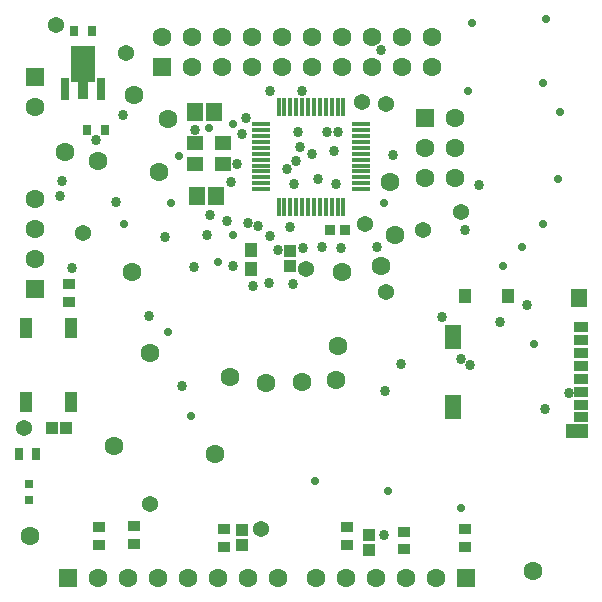
<source format=gts>
G04*
G04 #@! TF.GenerationSoftware,Altium Limited,Altium Designer,22.10.1 (41)*
G04*
G04 Layer_Color=8388736*
%FSLAX25Y25*%
%MOIN*%
G70*
G04*
G04 #@! TF.SameCoordinates,AFA84DA5-00AA-44F6-A921-FAAB14C792BC*
G04*
G04*
G04 #@! TF.FilePolarity,Negative*
G04*
G01*
G75*
%ADD15R,0.05709X0.06496*%
%ADD16R,0.04331X0.05118*%
%ADD17R,0.05709X0.07874*%
%ADD18R,0.07480X0.05000*%
%ADD19R,0.04724X0.03347*%
%ADD20R,0.04724X0.03740*%
%ADD21R,0.06201X0.01575*%
%ADD22R,0.01575X0.06201*%
%ADD23R,0.03150X0.03543*%
%ADD24R,0.08004X0.12323*%
%ADD25R,0.02677X0.07205*%
%ADD26R,0.03386X0.06299*%
%ADD27R,0.03985X0.04758*%
%ADD28R,0.04331X0.03543*%
%ADD29R,0.04134X0.04134*%
%ADD30R,0.03347X0.03740*%
%ADD31R,0.02953X0.03937*%
%ADD32R,0.05512X0.06102*%
%ADD33R,0.05512X0.04724*%
%ADD34R,0.04331X0.07087*%
%ADD35R,0.02756X0.02756*%
%ADD36R,0.04134X0.04134*%
%ADD37R,0.06299X0.06299*%
%ADD38C,0.06299*%
%ADD39R,0.06299X0.06299*%
%ADD40C,0.03394*%
%ADD41C,0.05394*%
%ADD42C,0.02894*%
D15*
X300000Y228500D02*
D03*
D16*
X276280Y229189D02*
D03*
X261713D02*
D03*
D17*
X257874Y215410D02*
D03*
Y191906D02*
D03*
D18*
X299114Y183933D02*
D03*
D19*
X300492Y188697D02*
D03*
D20*
Y192831D02*
D03*
Y197162D02*
D03*
Y201492D02*
D03*
Y205823D02*
D03*
Y210154D02*
D03*
Y214484D02*
D03*
Y218815D02*
D03*
D21*
X193815Y286327D02*
D03*
Y284358D02*
D03*
Y282390D02*
D03*
Y280421D02*
D03*
Y278453D02*
D03*
Y276484D02*
D03*
Y274516D02*
D03*
Y272547D02*
D03*
Y270579D02*
D03*
Y268610D02*
D03*
Y266642D02*
D03*
Y264673D02*
D03*
X227185D02*
D03*
Y266642D02*
D03*
Y268610D02*
D03*
Y270579D02*
D03*
Y272547D02*
D03*
Y274516D02*
D03*
Y276484D02*
D03*
Y278453D02*
D03*
Y280421D02*
D03*
Y282390D02*
D03*
Y284358D02*
D03*
Y286327D02*
D03*
D22*
X199673Y258815D02*
D03*
X201642D02*
D03*
X203610D02*
D03*
X205579D02*
D03*
X207547D02*
D03*
X209516D02*
D03*
X211484D02*
D03*
X213453D02*
D03*
X215421D02*
D03*
X217390D02*
D03*
X219358D02*
D03*
X221327D02*
D03*
Y292185D02*
D03*
X219358D02*
D03*
X217390D02*
D03*
X215421D02*
D03*
X213453D02*
D03*
X211484D02*
D03*
X209516D02*
D03*
X207547D02*
D03*
X205579D02*
D03*
X203610D02*
D03*
X201642D02*
D03*
X199673D02*
D03*
D23*
X131595Y317500D02*
D03*
X137500D02*
D03*
X141905Y284500D02*
D03*
X136000D02*
D03*
D24*
X134500Y306500D02*
D03*
D25*
X140405Y298035D02*
D03*
X128595D02*
D03*
D26*
X134500Y297583D02*
D03*
D27*
X190500Y238000D02*
D03*
Y244314D02*
D03*
D28*
X222500Y151953D02*
D03*
Y146047D02*
D03*
X130000Y227000D02*
D03*
Y232906D02*
D03*
X262000Y145500D02*
D03*
Y151406D02*
D03*
X241500Y144594D02*
D03*
Y150500D02*
D03*
X151500Y146547D02*
D03*
Y152453D02*
D03*
X140000Y151906D02*
D03*
Y146000D02*
D03*
X181500Y151453D02*
D03*
Y145547D02*
D03*
D29*
X230000Y149461D02*
D03*
Y144539D02*
D03*
X187500Y146039D02*
D03*
Y150961D02*
D03*
X203500Y239000D02*
D03*
Y243921D02*
D03*
D30*
X216882Y251000D02*
D03*
X222000D02*
D03*
D31*
X119000Y176500D02*
D03*
X113094D02*
D03*
D32*
X172500Y262500D02*
D03*
X178799D02*
D03*
X178150Y290500D02*
D03*
X171850D02*
D03*
D33*
X171972Y272957D02*
D03*
X181028D02*
D03*
Y280043D02*
D03*
X171972D02*
D03*
D34*
X130480Y193598D02*
D03*
Y218402D02*
D03*
X115520Y193598D02*
D03*
Y218402D02*
D03*
D35*
X116500Y166500D02*
D03*
Y160988D02*
D03*
D36*
X124079Y185000D02*
D03*
X129000D02*
D03*
D37*
X248500Y288500D02*
D03*
X118500Y231500D02*
D03*
Y302000D02*
D03*
D38*
X258500Y288500D02*
D03*
X248500Y278500D02*
D03*
X258500D02*
D03*
X248500Y268500D02*
D03*
X258500D02*
D03*
X118500Y261500D02*
D03*
Y251500D02*
D03*
Y241500D02*
D03*
X195500Y200000D02*
D03*
X178500Y176500D02*
D03*
X219500Y212500D02*
D03*
X221000Y237000D02*
D03*
X151500Y296000D02*
D03*
X238500Y249500D02*
D03*
X156996Y210004D02*
D03*
X284500Y137500D02*
D03*
X207500Y200500D02*
D03*
X252036Y135012D02*
D03*
X242036D02*
D03*
X232036D02*
D03*
X222036D02*
D03*
X212036D02*
D03*
X219000Y201000D02*
D03*
X139500Y135000D02*
D03*
X149500D02*
D03*
X159500D02*
D03*
X169500D02*
D03*
X179500D02*
D03*
X189500D02*
D03*
X199500D02*
D03*
X145000Y179000D02*
D03*
X160000Y270500D02*
D03*
X139500Y274000D02*
D03*
X118500Y292000D02*
D03*
X251000Y315500D02*
D03*
X241000D02*
D03*
X231000D02*
D03*
X221000D02*
D03*
X211000D02*
D03*
X201000D02*
D03*
X191000D02*
D03*
X181000D02*
D03*
X171000D02*
D03*
X161000D02*
D03*
X251000Y305500D02*
D03*
X241000D02*
D03*
X231000D02*
D03*
X221000D02*
D03*
X211000D02*
D03*
X201000D02*
D03*
X191000D02*
D03*
X181000D02*
D03*
X171000D02*
D03*
X128500Y277000D02*
D03*
X183500Y202000D02*
D03*
X117000Y149000D02*
D03*
X237000Y267000D02*
D03*
X163000Y288000D02*
D03*
X151000Y237000D02*
D03*
X234000Y239000D02*
D03*
D39*
X262036Y135012D02*
D03*
X129500Y135000D02*
D03*
X161000Y305500D02*
D03*
D40*
X191300Y232500D02*
D03*
X189000Y288500D02*
D03*
X197000Y297500D02*
D03*
X219000Y266500D02*
D03*
X172000Y284500D02*
D03*
X205500Y274000D02*
D03*
X156500Y222500D02*
D03*
X266500Y266000D02*
D03*
X262000Y251000D02*
D03*
X296342Y196842D02*
D03*
X176951Y256010D02*
D03*
X139000Y281000D02*
D03*
X282500Y226000D02*
D03*
X189511Y253366D02*
D03*
X197000Y249000D02*
D03*
X192952Y252306D02*
D03*
X199442Y244558D02*
D03*
X208000Y245100D02*
D03*
X182473Y254060D02*
D03*
X237982Y276018D02*
D03*
X148000Y289500D02*
D03*
X184500Y239000D02*
D03*
X187632Y283150D02*
D03*
X204403Y233097D02*
D03*
X203500Y252000D02*
D03*
X235000Y149500D02*
D03*
X130800Y238500D02*
D03*
X211000Y276500D02*
D03*
X232478Y245479D02*
D03*
X215761Y283700D02*
D03*
X206193Y283895D02*
D03*
X207000Y278900D02*
D03*
X219361Y283698D02*
D03*
X207500Y297500D02*
D03*
X186000Y273000D02*
D03*
X218052Y277354D02*
D03*
X214305Y245383D02*
D03*
X213000Y268000D02*
D03*
X202500Y271500D02*
D03*
X204713Y266561D02*
D03*
X240500Y206500D02*
D03*
X235250Y197250D02*
D03*
X234000Y311000D02*
D03*
X127000Y262500D02*
D03*
X145500Y260500D02*
D03*
X220500Y245000D02*
D03*
X184000Y267000D02*
D03*
X162000Y248624D02*
D03*
X171653Y238847D02*
D03*
X288500Y191500D02*
D03*
X167500Y199000D02*
D03*
X176000Y249500D02*
D03*
X273500Y220500D02*
D03*
X254111Y222111D02*
D03*
X260500Y208000D02*
D03*
X263500Y206000D02*
D03*
X196500Y233500D02*
D03*
X127500Y267500D02*
D03*
D41*
X209000Y238000D02*
D03*
X115000Y185000D02*
D03*
X125500Y319500D02*
D03*
X134500Y250000D02*
D03*
X235500Y230500D02*
D03*
Y293000D02*
D03*
X228550Y253084D02*
D03*
X248000Y251000D02*
D03*
X156775Y159866D02*
D03*
X194000Y151500D02*
D03*
X227592Y293593D02*
D03*
X149000Y310000D02*
D03*
X260500Y257000D02*
D03*
D42*
X289000Y321500D02*
D03*
X293500Y290500D02*
D03*
X288000Y253000D02*
D03*
X293000Y268000D02*
D03*
X264007Y320088D02*
D03*
X263000Y297500D02*
D03*
X285000Y213000D02*
D03*
X184518Y249319D02*
D03*
X163000Y217000D02*
D03*
X166632Y275650D02*
D03*
X179500Y240500D02*
D03*
X176500Y285000D02*
D03*
X148157Y253002D02*
D03*
X164000Y260000D02*
D03*
X212000Y167500D02*
D03*
X260603Y158570D02*
D03*
X236019Y164101D02*
D03*
X170500Y189000D02*
D03*
X184500Y286500D02*
D03*
X274426Y238963D02*
D03*
X234700Y260000D02*
D03*
X281000Y245500D02*
D03*
X288000Y300000D02*
D03*
M02*

</source>
